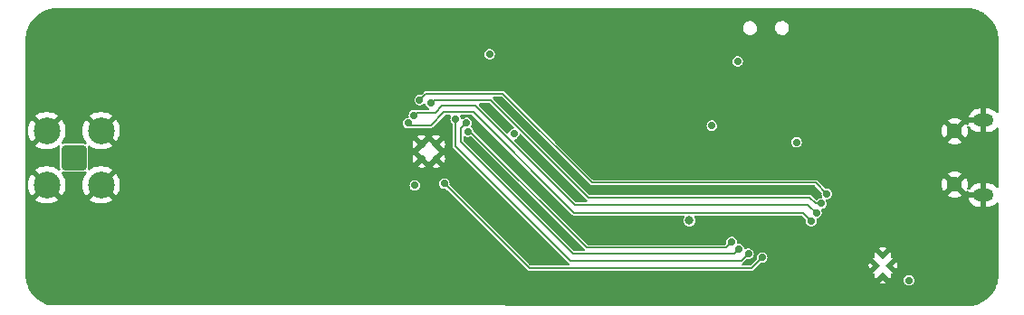
<source format=gbl>
G04 #@! TF.GenerationSoftware,KiCad,Pcbnew,7.0.9-1.fc38*
G04 #@! TF.CreationDate,2023-11-15T09:02:08+02:00*
G04 #@! TF.ProjectId,transceiver_board,7472616e-7363-4656-9976-65725f626f61,rev?*
G04 #@! TF.SameCoordinates,Original*
G04 #@! TF.FileFunction,Copper,L4,Bot*
G04 #@! TF.FilePolarity,Positive*
%FSLAX46Y46*%
G04 Gerber Fmt 4.6, Leading zero omitted, Abs format (unit mm)*
G04 Created by KiCad (PCBNEW 7.0.9-1.fc38) date 2023-11-15 09:02:08*
%MOMM*%
%LPD*%
G01*
G04 APERTURE LIST*
G04 Aperture macros list*
%AMRoundRect*
0 Rectangle with rounded corners*
0 $1 Rounding radius*
0 $2 $3 $4 $5 $6 $7 $8 $9 X,Y pos of 4 corners*
0 Add a 4 corners polygon primitive as box body*
4,1,4,$2,$3,$4,$5,$6,$7,$8,$9,$2,$3,0*
0 Add four circle primitives for the rounded corners*
1,1,$1+$1,$2,$3*
1,1,$1+$1,$4,$5*
1,1,$1+$1,$6,$7*
1,1,$1+$1,$8,$9*
0 Add four rect primitives between the rounded corners*
20,1,$1+$1,$2,$3,$4,$5,0*
20,1,$1+$1,$4,$5,$6,$7,0*
20,1,$1+$1,$6,$7,$8,$9,0*
20,1,$1+$1,$8,$9,$2,$3,0*%
G04 Aperture macros list end*
G04 #@! TA.AperFunction,ComponentPad*
%ADD10RoundRect,0.200100X0.949900X-0.949900X0.949900X0.949900X-0.949900X0.949900X-0.949900X-0.949900X0*%
G04 #@! TD*
G04 #@! TA.AperFunction,ComponentPad*
%ADD11C,2.500000*%
G04 #@! TD*
G04 #@! TA.AperFunction,ComponentPad*
%ADD12C,0.500000*%
G04 #@! TD*
G04 #@! TA.AperFunction,ComponentPad*
%ADD13O,1.900000X1.200000*%
G04 #@! TD*
G04 #@! TA.AperFunction,ComponentPad*
%ADD14C,1.450000*%
G04 #@! TD*
G04 #@! TA.AperFunction,ComponentPad*
%ADD15C,0.700000*%
G04 #@! TD*
G04 #@! TA.AperFunction,ViaPad*
%ADD16C,0.800000*%
G04 #@! TD*
G04 #@! TA.AperFunction,ViaPad*
%ADD17C,0.700000*%
G04 #@! TD*
G04 #@! TA.AperFunction,Conductor*
%ADD18C,0.200000*%
G04 #@! TD*
G04 APERTURE END LIST*
D10*
X99540000Y-93046250D03*
D11*
X97000000Y-95586250D03*
X102080000Y-95586250D03*
X97000000Y-90506250D03*
X102080000Y-90506250D03*
D12*
X175755000Y-103170000D03*
X175180000Y-104120000D03*
X175180000Y-102220000D03*
X174605000Y-103170000D03*
D13*
X184600000Y-96550000D03*
D14*
X181900000Y-95550000D03*
X181900000Y-90550000D03*
D13*
X184600000Y-89550000D03*
D15*
X132042500Y-93141250D03*
X133392500Y-93141250D03*
X132042500Y-91791250D03*
X133392500Y-91791250D03*
D16*
X125530000Y-106220000D03*
X106380000Y-106220000D03*
D17*
X174990000Y-91210000D03*
D16*
X129440000Y-100600000D03*
D17*
X127830000Y-96770000D03*
D16*
X110210000Y-106220000D03*
X117870000Y-106220000D03*
X129520000Y-90000000D03*
D17*
X166480000Y-84010000D03*
X160190000Y-89820000D03*
D16*
X147940000Y-86580000D03*
D17*
X122530000Y-87230000D03*
D16*
X129480000Y-97760000D03*
X98720000Y-106220000D03*
X121752500Y-79840000D03*
X129480000Y-103300000D03*
D17*
X130793933Y-94650000D03*
X161520000Y-104580000D03*
D16*
X95800000Y-82750000D03*
X96510000Y-105620000D03*
X121700000Y-106220000D03*
D17*
X119880000Y-90890000D03*
D16*
X154440000Y-81770000D03*
D17*
X171660000Y-96630000D03*
D16*
X129510000Y-83060000D03*
X102550000Y-106220000D03*
X106417500Y-79840000D03*
X125586250Y-79840000D03*
D17*
X164730000Y-101600000D03*
D16*
X143980000Y-98880000D03*
X95820000Y-87740000D03*
D17*
X159120000Y-100810000D03*
D16*
X117918750Y-79840000D03*
X110251250Y-79840000D03*
D17*
X132090000Y-97110000D03*
X152320000Y-90310000D03*
D16*
X129510000Y-86530000D03*
D17*
X168420000Y-104610000D03*
X140693160Y-93456840D03*
X138590000Y-88620000D03*
X159240000Y-104580000D03*
D16*
X129360000Y-106220000D03*
X129420000Y-79840000D03*
D17*
X108730000Y-88910000D03*
X142830000Y-92950000D03*
D16*
X95760000Y-103190000D03*
D17*
X159810000Y-96020000D03*
X167840000Y-93180000D03*
D16*
X95760000Y-100640000D03*
D17*
X152210000Y-99990000D03*
D16*
X114085000Y-79840000D03*
X102583750Y-79840000D03*
D17*
X111220000Y-88970000D03*
X170720000Y-104580000D03*
D16*
X98750000Y-79840000D03*
X114040000Y-106220000D03*
X95760000Y-98240000D03*
D17*
X168930000Y-100740000D03*
X163880000Y-104610000D03*
D16*
X96510000Y-80440000D03*
D17*
X166190000Y-104630000D03*
X139360000Y-83320000D03*
D16*
X95780000Y-85240000D03*
D17*
X167100000Y-91590000D03*
X161610000Y-84010000D03*
X131410000Y-95650000D03*
X177620000Y-104550000D03*
X138410000Y-83330000D03*
X140670000Y-90810000D03*
D16*
X157090000Y-98940000D03*
D17*
X159180000Y-90040000D03*
X163890000Y-102410000D03*
X134170000Y-95470000D03*
X161040000Y-100960000D03*
X136395051Y-90598569D03*
X136260000Y-89770000D03*
X161750000Y-101620000D03*
X162610000Y-102060000D03*
X135220000Y-89450000D03*
X132930000Y-87930000D03*
X169410000Y-97340000D03*
X131860000Y-87630000D03*
X169940000Y-96440000D03*
X131330000Y-89070000D03*
X168960000Y-98230000D03*
X168490000Y-99010000D03*
X130770000Y-89810000D03*
D18*
X168960000Y-98230000D02*
X168180000Y-97450000D01*
X133302965Y-88840000D02*
X131560000Y-88840000D01*
X168180000Y-97450000D02*
X147230000Y-97450000D01*
X147230000Y-97450000D02*
X147210000Y-97470000D01*
X147210000Y-97470000D02*
X146390000Y-97470000D01*
X146390000Y-97470000D02*
X137110000Y-88190000D01*
X137110000Y-88190000D02*
X133952965Y-88190000D01*
X133952965Y-88190000D02*
X133302965Y-88840000D01*
X131560000Y-88840000D02*
X131330000Y-89070000D01*
X138550000Y-87690000D02*
X147640000Y-96780000D01*
X132930000Y-87930000D02*
X133170000Y-87690000D01*
X133170000Y-87690000D02*
X138550000Y-87690000D01*
X147640000Y-96780000D02*
X168318740Y-96780000D01*
X168318740Y-96780000D02*
X168878740Y-97340000D01*
X168878740Y-97340000D02*
X169410000Y-97340000D01*
X169940000Y-96440000D02*
X168890000Y-95390000D01*
X147970000Y-95390000D02*
X139650000Y-87070000D01*
X132420000Y-87070000D02*
X131860000Y-87630000D01*
X168890000Y-95390000D02*
X147970000Y-95390000D01*
X139650000Y-87070000D02*
X132420000Y-87070000D01*
X146280000Y-98210000D02*
X136860000Y-88790000D01*
X136860000Y-88790000D02*
X134140000Y-88790000D01*
X131010000Y-90050000D02*
X130770000Y-89810000D01*
X167690000Y-98210000D02*
X146280000Y-98210000D01*
X168490000Y-99010000D02*
X167690000Y-98210000D01*
X134140000Y-88790000D02*
X132880000Y-90050000D01*
X132880000Y-90050000D02*
X131010000Y-90050000D01*
X136395051Y-90598569D02*
X136603666Y-90598569D01*
X136603666Y-90598569D02*
X147495097Y-101490000D01*
X147495097Y-101490000D02*
X160510000Y-101490000D01*
X160510000Y-101490000D02*
X161040000Y-100960000D01*
X135220000Y-92000000D02*
X145940000Y-102720000D01*
X135220000Y-89450000D02*
X135220000Y-92000000D01*
X145940000Y-102720000D02*
X161950000Y-102720000D01*
X161950000Y-102720000D02*
X162610000Y-102060000D01*
X135730000Y-90300000D02*
X135730000Y-91535097D01*
X161310000Y-102060000D02*
X161750000Y-101620000D01*
X146254903Y-102060000D02*
X161310000Y-102060000D01*
X136260000Y-89770000D02*
X135730000Y-90300000D01*
X135730000Y-91535097D02*
X146254903Y-102060000D01*
X163890000Y-102410000D02*
X162880000Y-103420000D01*
X162880000Y-103420000D02*
X142120000Y-103420000D01*
X142120000Y-103420000D02*
X134170000Y-95470000D01*
G04 #@! TA.AperFunction,Conductor*
G36*
X136161540Y-91031559D02*
G01*
X136189196Y-91049333D01*
X136324525Y-91089068D01*
X136324527Y-91089069D01*
X136324528Y-91089069D01*
X136465575Y-91089069D01*
X136465575Y-91089068D01*
X136517115Y-91073935D01*
X136609417Y-91046834D01*
X136609817Y-91048197D01*
X136669597Y-91039599D01*
X136733154Y-91068622D01*
X136739636Y-91074657D01*
X147272798Y-101607819D01*
X147306283Y-101669142D01*
X147301299Y-101738834D01*
X147259427Y-101794767D01*
X147193963Y-101819184D01*
X147185117Y-101819500D01*
X146405884Y-101819500D01*
X146338845Y-101799815D01*
X146318203Y-101783181D01*
X136006819Y-91471797D01*
X135973334Y-91410474D01*
X135970500Y-91384116D01*
X135970500Y-91135874D01*
X135990185Y-91068835D01*
X136042989Y-91023080D01*
X136112147Y-91013136D01*
X136161540Y-91031559D01*
G37*
G04 #@! TD.AperFunction*
G04 #@! TA.AperFunction,Conductor*
G36*
X141361366Y-90841484D02*
G01*
X147464351Y-96944469D01*
X147466567Y-96946805D01*
X147495479Y-96978915D01*
X147495481Y-96978915D01*
X147495482Y-96978917D01*
X147504107Y-96985184D01*
X147546772Y-97040515D01*
X147552748Y-97110129D01*
X147520141Y-97171923D01*
X147459301Y-97206278D01*
X147431219Y-97209500D01*
X147237917Y-97209500D01*
X147234671Y-97209415D01*
X147191538Y-97207154D01*
X147191535Y-97207154D01*
X147170590Y-97215194D01*
X147151943Y-97220717D01*
X147123382Y-97226789D01*
X147097596Y-97229500D01*
X146540981Y-97229500D01*
X146473942Y-97209815D01*
X146453300Y-97193181D01*
X143602416Y-94342297D01*
X140749230Y-91489112D01*
X140715746Y-91427790D01*
X140720730Y-91358098D01*
X140762602Y-91302165D01*
X140801973Y-91282456D01*
X140875856Y-91260763D01*
X140994512Y-91184507D01*
X141086878Y-91077911D01*
X141145471Y-90949611D01*
X141150947Y-90911519D01*
X141179970Y-90847964D01*
X141238748Y-90810189D01*
X141308617Y-90810187D01*
X141361366Y-90841484D01*
G37*
G04 #@! TD.AperFunction*
G04 #@! TA.AperFunction,Conductor*
G36*
X139566059Y-87330185D02*
G01*
X139586700Y-87346818D01*
X143709684Y-91469803D01*
X147794342Y-95554461D01*
X147796577Y-95556816D01*
X147825479Y-95588915D01*
X147845972Y-95598039D01*
X147863065Y-95607319D01*
X147881888Y-95619543D01*
X147884974Y-95620031D01*
X147916020Y-95629226D01*
X147918880Y-95630500D01*
X147941315Y-95630500D01*
X147960711Y-95632026D01*
X147982868Y-95635536D01*
X147985895Y-95634724D01*
X148017987Y-95630500D01*
X168739020Y-95630500D01*
X168806059Y-95650185D01*
X168826701Y-95666819D01*
X169420103Y-96260221D01*
X169453588Y-96321544D01*
X169455160Y-96365548D01*
X169444456Y-96439999D01*
X169464528Y-96579606D01*
X169464530Y-96579614D01*
X169507630Y-96673989D01*
X169517574Y-96743147D01*
X169488549Y-96806703D01*
X169429771Y-96844477D01*
X169394836Y-96849500D01*
X169339474Y-96849500D01*
X169204146Y-96889235D01*
X169204145Y-96889235D01*
X169085489Y-96965491D01*
X169085488Y-96965493D01*
X169060758Y-96994032D01*
X169001979Y-97031805D01*
X168932110Y-97031803D01*
X168879367Y-97000509D01*
X168494404Y-96615546D01*
X168492170Y-96613192D01*
X168463261Y-96581084D01*
X168463259Y-96581083D01*
X168442763Y-96571958D01*
X168425664Y-96562674D01*
X168406853Y-96550458D01*
X168403756Y-96549967D01*
X168372720Y-96540773D01*
X168369862Y-96539500D01*
X168369860Y-96539500D01*
X168347425Y-96539500D01*
X168328027Y-96537973D01*
X168305872Y-96534463D01*
X168305871Y-96534463D01*
X168302845Y-96535275D01*
X168270752Y-96539500D01*
X147790980Y-96539500D01*
X147723941Y-96519815D01*
X147703299Y-96503181D01*
X138725664Y-87525546D01*
X138723427Y-87523189D01*
X138718276Y-87517467D01*
X138688049Y-87454474D01*
X138696678Y-87385139D01*
X138741422Y-87331476D01*
X138808076Y-87310522D01*
X138810430Y-87310500D01*
X139499020Y-87310500D01*
X139566059Y-87330185D01*
G37*
G04 #@! TD.AperFunction*
G04 #@! TA.AperFunction,Conductor*
G36*
X138466059Y-87950185D02*
G01*
X138486701Y-87966819D01*
X140637149Y-90117267D01*
X140670634Y-90178590D01*
X140665650Y-90248282D01*
X140623778Y-90304215D01*
X140584403Y-90323925D01*
X140464145Y-90359236D01*
X140345489Y-90435491D01*
X140253122Y-90542089D01*
X140253119Y-90542092D01*
X140194527Y-90670392D01*
X140193476Y-90673972D01*
X140191461Y-90677105D01*
X140190845Y-90678456D01*
X140190650Y-90678367D01*
X140155694Y-90732746D01*
X140092135Y-90761763D01*
X140022978Y-90751811D01*
X139986822Y-90726704D01*
X137402299Y-88142181D01*
X137368814Y-88080858D01*
X137373798Y-88011166D01*
X137415670Y-87955233D01*
X137481134Y-87930816D01*
X137489980Y-87930500D01*
X138399020Y-87930500D01*
X138466059Y-87950185D01*
G37*
G04 #@! TD.AperFunction*
G04 #@! TA.AperFunction,Conductor*
G36*
X183001619Y-79000584D02*
G01*
X183133628Y-79007503D01*
X183317027Y-79017803D01*
X183323212Y-79018465D01*
X183475647Y-79042608D01*
X183638194Y-79070226D01*
X183643811Y-79071453D01*
X183796693Y-79112418D01*
X183889122Y-79139046D01*
X183951724Y-79157082D01*
X183956759Y-79158769D01*
X184106183Y-79216127D01*
X184254007Y-79277358D01*
X184258412Y-79279388D01*
X184324180Y-79312899D01*
X184401921Y-79352511D01*
X184477428Y-79394241D01*
X184541480Y-79429641D01*
X184545215Y-79431882D01*
X184619487Y-79480115D01*
X184680872Y-79519980D01*
X184768357Y-79582053D01*
X184810764Y-79612142D01*
X184813886Y-79614510D01*
X184938748Y-79715621D01*
X184941034Y-79717567D01*
X185058721Y-79822738D01*
X185061248Y-79825128D01*
X185174870Y-79938750D01*
X185177260Y-79941277D01*
X185282431Y-80058964D01*
X185284385Y-80061260D01*
X185385480Y-80186102D01*
X185387862Y-80189243D01*
X185480019Y-80319127D01*
X185533758Y-80401875D01*
X185568106Y-80454767D01*
X185570364Y-80458531D01*
X185647488Y-80598078D01*
X185720604Y-80741575D01*
X185722643Y-80745997D01*
X185783877Y-80893829D01*
X185841221Y-81043217D01*
X185842916Y-81048273D01*
X185887579Y-81203297D01*
X185928541Y-81356171D01*
X185929778Y-81361835D01*
X185957394Y-81524369D01*
X185981530Y-81676758D01*
X185982196Y-81682985D01*
X185992509Y-81866617D01*
X185999415Y-81998377D01*
X185999500Y-82001623D01*
X185999500Y-88741342D01*
X185979815Y-88808381D01*
X185927011Y-88854136D01*
X185857853Y-88864080D01*
X185794297Y-88835055D01*
X185789532Y-88830292D01*
X185789381Y-88830452D01*
X185633067Y-88681407D01*
X185456342Y-88567833D01*
X185261314Y-88489755D01*
X185055038Y-88450000D01*
X184850000Y-88450000D01*
X184850000Y-89250000D01*
X184350000Y-89250000D01*
X184350000Y-88450000D01*
X184197602Y-88450000D01*
X184040877Y-88464965D01*
X184040873Y-88464966D01*
X183839313Y-88524149D01*
X183652585Y-88620413D01*
X183487462Y-88750268D01*
X183487459Y-88750271D01*
X183349894Y-88909030D01*
X183349885Y-88909041D01*
X183244855Y-89090960D01*
X183244852Y-89090967D01*
X183176144Y-89289482D01*
X183176144Y-89289484D01*
X183174632Y-89300000D01*
X184083889Y-89300000D01*
X184044390Y-89324457D01*
X183976799Y-89413962D01*
X183946105Y-89521840D01*
X183956454Y-89633521D01*
X184006448Y-89733922D01*
X184078931Y-89800000D01*
X183178742Y-89800000D01*
X183187277Y-89835181D01*
X183183952Y-89904971D01*
X183143424Y-89961885D01*
X183078559Y-89987853D01*
X183009952Y-89974631D01*
X182965197Y-89935538D01*
X182925173Y-89878378D01*
X182319804Y-90483747D01*
X182309238Y-90417031D01*
X182248118Y-90297077D01*
X182152923Y-90201882D01*
X182032969Y-90140762D01*
X181966251Y-90130195D01*
X182571620Y-89524825D01*
X182514839Y-89485067D01*
X182320576Y-89394481D01*
X182320567Y-89394477D01*
X182113537Y-89339004D01*
X182113527Y-89339002D01*
X181900001Y-89320321D01*
X181899999Y-89320321D01*
X181686472Y-89339002D01*
X181686462Y-89339004D01*
X181479432Y-89394477D01*
X181479423Y-89394481D01*
X181285158Y-89485068D01*
X181228378Y-89524824D01*
X181833748Y-90130194D01*
X181767031Y-90140762D01*
X181647077Y-90201882D01*
X181551882Y-90297077D01*
X181490762Y-90417031D01*
X181480195Y-90483749D01*
X180874824Y-89878378D01*
X180835068Y-89935158D01*
X180744481Y-90129423D01*
X180744477Y-90129432D01*
X180689004Y-90336462D01*
X180689002Y-90336472D01*
X180670321Y-90549999D01*
X180670321Y-90550000D01*
X180689002Y-90763527D01*
X180689004Y-90763537D01*
X180744477Y-90970567D01*
X180744481Y-90970576D01*
X180835067Y-91164839D01*
X180874825Y-91221620D01*
X181480195Y-90616250D01*
X181490762Y-90682969D01*
X181551882Y-90802923D01*
X181647077Y-90898118D01*
X181767031Y-90959238D01*
X181833747Y-90969804D01*
X181228378Y-91575173D01*
X181285160Y-91614933D01*
X181479423Y-91705518D01*
X181479432Y-91705522D01*
X181686462Y-91760995D01*
X181686472Y-91760997D01*
X181899999Y-91779679D01*
X181900001Y-91779679D01*
X182113527Y-91760997D01*
X182113537Y-91760995D01*
X182320567Y-91705522D01*
X182320581Y-91705517D01*
X182514835Y-91614935D01*
X182571620Y-91575173D01*
X181966252Y-90969804D01*
X182032969Y-90959238D01*
X182152923Y-90898118D01*
X182248118Y-90802923D01*
X182309238Y-90682969D01*
X182319804Y-90616251D01*
X182925173Y-91221619D01*
X182964935Y-91164835D01*
X183055517Y-90970581D01*
X183055522Y-90970567D01*
X183110995Y-90763537D01*
X183110997Y-90763527D01*
X183129679Y-90550000D01*
X183129679Y-90549999D01*
X183110997Y-90336472D01*
X183110995Y-90336462D01*
X183078545Y-90215355D01*
X183080208Y-90145505D01*
X183119371Y-90087643D01*
X183183599Y-90060139D01*
X183252501Y-90071726D01*
X183299327Y-90111335D01*
X183414889Y-90273619D01*
X183414895Y-90273625D01*
X183566932Y-90418592D01*
X183743657Y-90532166D01*
X183938685Y-90610244D01*
X184144962Y-90650000D01*
X184350000Y-90650000D01*
X184350000Y-89850000D01*
X184850000Y-89850000D01*
X184850000Y-90650000D01*
X185002398Y-90650000D01*
X185159122Y-90635034D01*
X185159126Y-90635033D01*
X185360686Y-90575850D01*
X185547414Y-90479586D01*
X185712537Y-90349731D01*
X185712545Y-90349723D01*
X185781787Y-90269814D01*
X185840565Y-90232039D01*
X185910434Y-90232039D01*
X185969213Y-90269813D01*
X185998238Y-90333368D01*
X185999500Y-90351016D01*
X185999500Y-95741342D01*
X185979815Y-95808381D01*
X185927011Y-95854136D01*
X185857853Y-95864080D01*
X185794297Y-95835055D01*
X185789532Y-95830292D01*
X185789381Y-95830452D01*
X185633067Y-95681407D01*
X185456342Y-95567833D01*
X185261314Y-95489755D01*
X185055038Y-95450000D01*
X184850000Y-95450000D01*
X184850000Y-96250000D01*
X184350000Y-96250000D01*
X184350000Y-95450000D01*
X184197602Y-95450000D01*
X184040877Y-95464965D01*
X184040873Y-95464966D01*
X183839313Y-95524149D01*
X183652585Y-95620413D01*
X183487462Y-95750268D01*
X183487459Y-95750271D01*
X183349894Y-95909030D01*
X183349885Y-95909042D01*
X183302295Y-95991471D01*
X183251728Y-96039687D01*
X183183121Y-96052909D01*
X183118256Y-96026941D01*
X183077728Y-95970027D01*
X183074403Y-95900236D01*
X183075133Y-95897377D01*
X183110996Y-95763534D01*
X183110997Y-95763527D01*
X183129679Y-95550000D01*
X183129679Y-95549999D01*
X183110997Y-95336472D01*
X183110995Y-95336462D01*
X183055522Y-95129432D01*
X183055518Y-95129423D01*
X182964933Y-94935162D01*
X182925173Y-94878378D01*
X182319804Y-95483747D01*
X182309238Y-95417031D01*
X182248118Y-95297077D01*
X182152923Y-95201882D01*
X182032969Y-95140762D01*
X181966251Y-95130195D01*
X182571620Y-94524825D01*
X182514839Y-94485067D01*
X182320576Y-94394481D01*
X182320567Y-94394477D01*
X182113537Y-94339004D01*
X182113527Y-94339002D01*
X181900001Y-94320321D01*
X181899999Y-94320321D01*
X181686472Y-94339002D01*
X181686462Y-94339004D01*
X181479432Y-94394477D01*
X181479423Y-94394481D01*
X181285158Y-94485068D01*
X181228378Y-94524824D01*
X181833748Y-95130194D01*
X181767031Y-95140762D01*
X181647077Y-95201882D01*
X181551882Y-95297077D01*
X181490762Y-95417031D01*
X181480195Y-95483749D01*
X180874824Y-94878378D01*
X180835068Y-94935158D01*
X180744481Y-95129423D01*
X180744477Y-95129432D01*
X180689004Y-95336462D01*
X180689002Y-95336472D01*
X180670321Y-95549999D01*
X180670321Y-95550000D01*
X180689002Y-95763527D01*
X180689004Y-95763537D01*
X180744477Y-95970567D01*
X180744481Y-95970576D01*
X180835067Y-96164839D01*
X180874825Y-96221620D01*
X181480195Y-95616250D01*
X181490762Y-95682969D01*
X181551882Y-95802923D01*
X181647077Y-95898118D01*
X181767031Y-95959238D01*
X181833747Y-95969804D01*
X181228378Y-96575173D01*
X181285160Y-96614933D01*
X181479423Y-96705518D01*
X181479432Y-96705522D01*
X181686462Y-96760995D01*
X181686472Y-96760997D01*
X181899999Y-96779679D01*
X181900001Y-96779679D01*
X182113527Y-96760997D01*
X182113537Y-96760995D01*
X182320567Y-96705522D01*
X182320581Y-96705517D01*
X182514835Y-96614935D01*
X182571620Y-96575173D01*
X181966252Y-95969804D01*
X182032969Y-95959238D01*
X182152923Y-95898118D01*
X182248118Y-95802923D01*
X182309238Y-95682969D01*
X182319804Y-95616251D01*
X182925173Y-96221619D01*
X182958888Y-96173470D01*
X183013466Y-96129845D01*
X183082964Y-96122653D01*
X183145319Y-96154175D01*
X183180732Y-96214405D01*
X183177961Y-96284220D01*
X183177647Y-96285140D01*
X183176145Y-96289478D01*
X183176144Y-96289484D01*
X183174632Y-96300000D01*
X184083889Y-96300000D01*
X184044390Y-96324457D01*
X183976799Y-96413962D01*
X183946105Y-96521840D01*
X183956454Y-96633521D01*
X184006448Y-96733922D01*
X184078931Y-96800000D01*
X183178742Y-96800000D01*
X183205770Y-96911409D01*
X183293040Y-97102507D01*
X183414889Y-97273619D01*
X183414895Y-97273625D01*
X183566932Y-97418592D01*
X183743657Y-97532166D01*
X183938685Y-97610244D01*
X184144962Y-97650000D01*
X184350000Y-97650000D01*
X184350000Y-96850000D01*
X184850000Y-96850000D01*
X184850000Y-97650000D01*
X185002398Y-97650000D01*
X185159122Y-97635034D01*
X185159126Y-97635033D01*
X185360686Y-97575850D01*
X185547414Y-97479586D01*
X185712537Y-97349731D01*
X185712545Y-97349723D01*
X185781787Y-97269814D01*
X185840565Y-97232039D01*
X185910434Y-97232039D01*
X185969213Y-97269813D01*
X185998238Y-97333368D01*
X185999500Y-97351016D01*
X185999500Y-103998376D01*
X185999415Y-104001622D01*
X185992509Y-104133382D01*
X185982196Y-104317013D01*
X185981530Y-104323240D01*
X185957394Y-104475630D01*
X185929778Y-104638163D01*
X185928541Y-104643827D01*
X185887579Y-104796702D01*
X185842916Y-104951725D01*
X185841221Y-104956781D01*
X185783877Y-105106170D01*
X185722643Y-105254001D01*
X185720604Y-105258423D01*
X185647488Y-105401921D01*
X185570364Y-105541467D01*
X185568097Y-105545246D01*
X185480019Y-105680872D01*
X185387862Y-105810755D01*
X185385480Y-105813896D01*
X185284385Y-105938738D01*
X185282431Y-105941034D01*
X185177260Y-106058721D01*
X185174870Y-106061248D01*
X185061248Y-106174870D01*
X185058721Y-106177260D01*
X184941034Y-106282431D01*
X184938738Y-106284385D01*
X184813896Y-106385480D01*
X184810755Y-106387862D01*
X184680872Y-106480019D01*
X184545246Y-106568097D01*
X184541467Y-106570364D01*
X184401921Y-106647488D01*
X184258423Y-106720604D01*
X184254001Y-106722643D01*
X184106170Y-106783877D01*
X183956781Y-106841221D01*
X183951725Y-106842916D01*
X183796702Y-106887579D01*
X183643827Y-106928541D01*
X183638163Y-106929778D01*
X183475630Y-106957394D01*
X183323238Y-106981530D01*
X183317012Y-106982196D01*
X183133189Y-106992519D01*
X183053742Y-106996683D01*
X183050428Y-106996768D01*
X97276369Y-106902820D01*
X97244413Y-106898595D01*
X97203324Y-106887586D01*
X97048280Y-106842918D01*
X97043223Y-106841223D01*
X96893829Y-106783877D01*
X96745997Y-106722643D01*
X96741575Y-106720604D01*
X96598078Y-106647488D01*
X96458531Y-106570364D01*
X96454767Y-106568106D01*
X96401875Y-106533758D01*
X96319127Y-106480019D01*
X96189243Y-106387862D01*
X96186102Y-106385480D01*
X96061260Y-106284385D01*
X96058964Y-106282431D01*
X95941277Y-106177260D01*
X95938750Y-106174870D01*
X95825128Y-106061248D01*
X95822738Y-106058721D01*
X95717567Y-105941034D01*
X95715613Y-105938738D01*
X95676848Y-105890867D01*
X95614510Y-105813886D01*
X95612136Y-105810755D01*
X95519980Y-105680872D01*
X95487406Y-105630715D01*
X95431882Y-105545215D01*
X95429641Y-105541480D01*
X95394241Y-105477428D01*
X95352511Y-105401921D01*
X95312899Y-105324180D01*
X95279388Y-105258412D01*
X95277358Y-105254007D01*
X95216122Y-105106170D01*
X95158769Y-104956759D01*
X95157082Y-104951724D01*
X95118530Y-104817910D01*
X95113447Y-104800266D01*
X174853285Y-104800266D01*
X175012056Y-104855824D01*
X175179996Y-104874746D01*
X175180004Y-104874746D01*
X175347943Y-104855824D01*
X175506713Y-104800267D01*
X175506714Y-104800266D01*
X175256448Y-104550000D01*
X177124456Y-104550000D01*
X177144528Y-104689606D01*
X177144530Y-104689614D01*
X177203119Y-104817907D01*
X177203121Y-104817909D01*
X177203122Y-104817911D01*
X177295488Y-104924507D01*
X177295490Y-104924508D01*
X177295489Y-104924508D01*
X177414145Y-105000764D01*
X177549474Y-105040499D01*
X177549476Y-105040500D01*
X177549477Y-105040500D01*
X177690524Y-105040500D01*
X177690524Y-105040499D01*
X177825853Y-105000764D01*
X177825854Y-105000764D01*
X177902162Y-104951724D01*
X177944512Y-104924507D01*
X178036878Y-104817911D01*
X178095471Y-104689611D01*
X178115544Y-104550000D01*
X178095471Y-104410389D01*
X178082831Y-104382711D01*
X178036880Y-104282092D01*
X178036878Y-104282090D01*
X178036878Y-104282089D01*
X177944512Y-104175493D01*
X177944509Y-104175491D01*
X177944510Y-104175491D01*
X177825854Y-104099235D01*
X177690525Y-104059500D01*
X177690523Y-104059500D01*
X177549477Y-104059500D01*
X177549474Y-104059500D01*
X177414146Y-104099235D01*
X177414145Y-104099235D01*
X177295489Y-104175491D01*
X177203122Y-104282089D01*
X177203119Y-104282092D01*
X177144530Y-104410385D01*
X177144528Y-104410393D01*
X177124456Y-104550000D01*
X175256448Y-104550000D01*
X175180001Y-104473553D01*
X175180000Y-104473553D01*
X174853285Y-104800266D01*
X95113447Y-104800266D01*
X95112414Y-104796679D01*
X95083725Y-104689611D01*
X95071453Y-104643811D01*
X95070226Y-104638194D01*
X95042601Y-104475606D01*
X95042276Y-104473553D01*
X95018465Y-104323212D01*
X95017803Y-104317027D01*
X95007490Y-104133382D01*
X95000584Y-104001620D01*
X95000500Y-103998377D01*
X95000500Y-103850267D01*
X174278285Y-103850267D01*
X174355580Y-103877314D01*
X174412356Y-103918036D01*
X174438103Y-103982988D01*
X174437845Y-104008237D01*
X174425254Y-104119994D01*
X174425254Y-104120003D01*
X174444175Y-104287938D01*
X174444176Y-104287943D01*
X174499732Y-104446713D01*
X174793953Y-104152492D01*
X175080000Y-104152492D01*
X175118197Y-104205065D01*
X175164162Y-104220000D01*
X175195838Y-104220000D01*
X175241803Y-104205065D01*
X175280000Y-104152492D01*
X175280000Y-104087508D01*
X175241803Y-104034935D01*
X175195838Y-104020000D01*
X175164162Y-104020000D01*
X175118197Y-104034935D01*
X175080000Y-104087508D01*
X175080000Y-104152492D01*
X174793953Y-104152492D01*
X175092318Y-103854128D01*
X175153641Y-103820643D01*
X175223333Y-103825627D01*
X175267680Y-103854128D01*
X175860266Y-104446714D01*
X175860267Y-104446713D01*
X175915824Y-104287943D01*
X175934746Y-104120003D01*
X175934746Y-104119996D01*
X175922154Y-104008238D01*
X175934209Y-103939417D01*
X175981558Y-103888037D01*
X176004419Y-103877314D01*
X176081713Y-103850267D01*
X176081714Y-103850266D01*
X175489128Y-103257680D01*
X175458993Y-103202492D01*
X175655000Y-103202492D01*
X175693197Y-103255065D01*
X175739162Y-103270000D01*
X175770838Y-103270000D01*
X175816803Y-103255065D01*
X175855000Y-103202492D01*
X175855000Y-103170001D01*
X176108553Y-103170001D01*
X176435266Y-103496714D01*
X176435267Y-103496713D01*
X176490824Y-103337943D01*
X176509746Y-103170003D01*
X176509746Y-103169996D01*
X176490824Y-103002056D01*
X176435266Y-102843285D01*
X176108553Y-103169999D01*
X176108553Y-103170001D01*
X175855000Y-103170001D01*
X175855000Y-103137508D01*
X175816803Y-103084935D01*
X175770838Y-103070000D01*
X175739162Y-103070000D01*
X175693197Y-103084935D01*
X175655000Y-103137508D01*
X175655000Y-103202492D01*
X175458993Y-103202492D01*
X175455643Y-103196357D01*
X175460627Y-103126665D01*
X175489128Y-103082318D01*
X175755000Y-102816447D01*
X176081714Y-102489732D01*
X176004420Y-102462686D01*
X175947644Y-102421964D01*
X175921896Y-102357011D01*
X175922154Y-102331760D01*
X175934746Y-102220002D01*
X175934746Y-102219996D01*
X175915824Y-102052056D01*
X175860266Y-101893285D01*
X175267680Y-102485871D01*
X175206357Y-102519356D01*
X175136665Y-102514372D01*
X175092318Y-102485871D01*
X174858939Y-102252492D01*
X175080000Y-102252492D01*
X175118197Y-102305065D01*
X175164162Y-102320000D01*
X175195838Y-102320000D01*
X175241803Y-102305065D01*
X175280000Y-102252492D01*
X175280000Y-102187508D01*
X175241803Y-102134935D01*
X175195838Y-102120000D01*
X175164162Y-102120000D01*
X175118197Y-102134935D01*
X175080000Y-102187508D01*
X175080000Y-102252492D01*
X174858939Y-102252492D01*
X174499732Y-101893285D01*
X174444176Y-102052053D01*
X174444175Y-102052058D01*
X174425254Y-102219996D01*
X174425254Y-102220004D01*
X174437845Y-102331760D01*
X174425790Y-102400582D01*
X174378441Y-102451961D01*
X174355580Y-102462684D01*
X174278285Y-102489730D01*
X174278285Y-102489732D01*
X174870871Y-103082318D01*
X174904356Y-103143641D01*
X174899372Y-103213333D01*
X174870871Y-103257680D01*
X174278285Y-103850266D01*
X174278285Y-103850267D01*
X95000500Y-103850267D01*
X95000500Y-95636353D01*
X95015489Y-95585302D01*
X95233120Y-95585302D01*
X95243477Y-95601418D01*
X95248153Y-95627087D01*
X95264692Y-95847795D01*
X95264693Y-95847800D01*
X95323058Y-96103520D01*
X95418883Y-96347676D01*
X95418882Y-96347676D01*
X95550030Y-96574827D01*
X95597873Y-96634821D01*
X95597874Y-96634821D01*
X96248766Y-95983929D01*
X96292316Y-96066072D01*
X96412009Y-96206985D01*
X96559195Y-96318873D01*
X96601402Y-96338400D01*
X95950831Y-96988970D01*
X96122546Y-97106043D01*
X96122550Y-97106045D01*
X96358854Y-97219844D01*
X96358858Y-97219845D01*
X96609494Y-97297157D01*
X96609500Y-97297159D01*
X96868848Y-97336249D01*
X96868857Y-97336250D01*
X97131143Y-97336250D01*
X97131151Y-97336249D01*
X97390499Y-97297159D01*
X97390505Y-97297157D01*
X97641143Y-97219845D01*
X97877445Y-97106048D01*
X97877456Y-97106041D01*
X98049167Y-96988970D01*
X97398609Y-96338411D01*
X97517431Y-96266919D01*
X97651658Y-96139773D01*
X97754861Y-95987558D01*
X98402124Y-96634821D01*
X98449974Y-96574820D01*
X98581116Y-96347676D01*
X98676941Y-96103520D01*
X98735306Y-95847800D01*
X98735307Y-95847795D01*
X98754907Y-95586254D01*
X98754907Y-95586245D01*
X98735307Y-95324704D01*
X98735306Y-95324699D01*
X98676941Y-95068979D01*
X98581116Y-94824823D01*
X98581117Y-94824823D01*
X98449972Y-94597676D01*
X98397424Y-94531784D01*
X98371016Y-94467098D01*
X98383771Y-94398402D01*
X98431642Y-94347508D01*
X98499428Y-94330574D01*
X98510556Y-94331532D01*
X98527247Y-94333729D01*
X98550193Y-94336750D01*
X100529806Y-94336749D01*
X100569445Y-94331531D01*
X100638479Y-94342297D01*
X100690734Y-94388677D01*
X100709619Y-94455947D01*
X100689138Y-94522747D01*
X100682576Y-94531782D01*
X100630027Y-94597676D01*
X100498883Y-94824823D01*
X100403058Y-95068979D01*
X100344693Y-95324699D01*
X100344692Y-95324704D01*
X100325093Y-95586245D01*
X100325093Y-95586254D01*
X100344692Y-95847795D01*
X100344693Y-95847800D01*
X100403058Y-96103520D01*
X100498883Y-96347676D01*
X100498882Y-96347676D01*
X100630030Y-96574827D01*
X100677873Y-96634821D01*
X101328766Y-95983928D01*
X101372316Y-96066072D01*
X101492009Y-96206985D01*
X101639195Y-96318873D01*
X101681402Y-96338400D01*
X101030831Y-96988970D01*
X101202546Y-97106043D01*
X101202550Y-97106045D01*
X101438854Y-97219844D01*
X101438858Y-97219845D01*
X101689494Y-97297157D01*
X101689500Y-97297159D01*
X101948848Y-97336249D01*
X101948857Y-97336250D01*
X102211143Y-97336250D01*
X102211151Y-97336249D01*
X102470499Y-97297159D01*
X102470505Y-97297157D01*
X102721143Y-97219845D01*
X102957445Y-97106048D01*
X102957456Y-97106041D01*
X103129167Y-96988970D01*
X102478609Y-96338411D01*
X102597431Y-96266919D01*
X102731658Y-96139773D01*
X102834861Y-95987558D01*
X103482124Y-96634821D01*
X103529974Y-96574820D01*
X103661116Y-96347676D01*
X103756941Y-96103520D01*
X103815306Y-95847800D01*
X103815307Y-95847795D01*
X103830130Y-95650000D01*
X130914456Y-95650000D01*
X130934528Y-95789606D01*
X130934530Y-95789614D01*
X130993119Y-95917907D01*
X130993121Y-95917909D01*
X130993122Y-95917911D01*
X131085488Y-96024507D01*
X131085490Y-96024508D01*
X131085489Y-96024508D01*
X131204145Y-96100764D01*
X131339474Y-96140499D01*
X131339476Y-96140500D01*
X131339477Y-96140500D01*
X131480524Y-96140500D01*
X131480524Y-96140499D01*
X131585542Y-96109663D01*
X131615853Y-96100764D01*
X131615854Y-96100764D01*
X131670737Y-96065493D01*
X131734512Y-96024507D01*
X131826878Y-95917911D01*
X131827912Y-95915648D01*
X131860400Y-95844508D01*
X131885471Y-95789611D01*
X131905544Y-95650000D01*
X131885471Y-95510389D01*
X131864727Y-95464966D01*
X131826880Y-95382092D01*
X131826878Y-95382090D01*
X131826878Y-95382089D01*
X131734512Y-95275493D01*
X131734509Y-95275491D01*
X131734510Y-95275491D01*
X131615854Y-95199235D01*
X131480525Y-95159500D01*
X131480523Y-95159500D01*
X131339477Y-95159500D01*
X131339474Y-95159500D01*
X131204146Y-95199235D01*
X131204145Y-95199235D01*
X131085489Y-95275491D01*
X130993122Y-95382089D01*
X130993119Y-95382092D01*
X130934530Y-95510385D01*
X130934528Y-95510393D01*
X130914456Y-95650000D01*
X103830130Y-95650000D01*
X103834907Y-95586254D01*
X103834907Y-95586245D01*
X103815307Y-95324704D01*
X103815306Y-95324699D01*
X103756941Y-95068979D01*
X103661116Y-94824823D01*
X103661117Y-94824823D01*
X103529971Y-94597676D01*
X103482125Y-94537677D01*
X102831232Y-95188569D01*
X102787684Y-95106428D01*
X102667991Y-94965515D01*
X102520805Y-94853627D01*
X102478596Y-94834099D01*
X103129167Y-94183528D01*
X102957447Y-94066452D01*
X102957445Y-94066451D01*
X102721142Y-93952654D01*
X102721144Y-93952654D01*
X102530892Y-93893969D01*
X131643332Y-93893969D01*
X131643333Y-93893970D01*
X131778384Y-93954099D01*
X131778389Y-93954101D01*
X131953161Y-93991250D01*
X132131839Y-93991250D01*
X132306610Y-93954101D01*
X132306615Y-93954099D01*
X132441665Y-93893970D01*
X132441665Y-93893969D01*
X132993332Y-93893969D01*
X132993333Y-93893970D01*
X133128384Y-93954099D01*
X133128389Y-93954101D01*
X133303161Y-93991250D01*
X133481839Y-93991250D01*
X133656610Y-93954101D01*
X133656615Y-93954099D01*
X133791665Y-93893970D01*
X133791665Y-93893969D01*
X133392501Y-93494803D01*
X133392500Y-93494803D01*
X132993332Y-93893969D01*
X132441665Y-93893969D01*
X132042501Y-93494803D01*
X132042500Y-93494803D01*
X131643332Y-93893969D01*
X102530892Y-93893969D01*
X102470505Y-93875342D01*
X102470499Y-93875340D01*
X102211151Y-93836250D01*
X101948848Y-93836250D01*
X101689500Y-93875340D01*
X101689494Y-93875342D01*
X101438858Y-93952654D01*
X101438854Y-93952655D01*
X101202550Y-94066454D01*
X101202546Y-94066456D01*
X101018376Y-94192020D01*
X100951896Y-94213520D01*
X100884347Y-94195666D01*
X100837173Y-94144125D01*
X100825353Y-94075263D01*
X100825580Y-94073426D01*
X100830500Y-94036057D01*
X100830500Y-93141250D01*
X131187818Y-93141250D01*
X131206495Y-93318950D01*
X131206496Y-93318952D01*
X131261706Y-93488874D01*
X131261709Y-93488880D01*
X131290847Y-93539348D01*
X131688946Y-93141250D01*
X131887209Y-93141250D01*
X131908014Y-93218895D01*
X131964855Y-93275736D01*
X132022754Y-93291250D01*
X132062246Y-93291250D01*
X132120145Y-93275736D01*
X132176986Y-93218896D01*
X132197791Y-93141250D01*
X132176986Y-93063605D01*
X132120145Y-93006764D01*
X132062246Y-92991250D01*
X132022754Y-92991250D01*
X131964855Y-93006764D01*
X131908014Y-93063604D01*
X131887209Y-93141250D01*
X131688946Y-93141250D01*
X131688946Y-93141249D01*
X131290847Y-92743150D01*
X131290846Y-92743151D01*
X131261710Y-92793616D01*
X131261709Y-92793618D01*
X131206496Y-92963547D01*
X131206495Y-92963549D01*
X131187818Y-93141250D01*
X100830500Y-93141250D01*
X100830499Y-92466250D01*
X131721053Y-92466250D01*
X132042500Y-92787697D01*
X132717500Y-93462696D01*
X133038946Y-93141250D01*
X133237209Y-93141250D01*
X133258014Y-93218895D01*
X133314855Y-93275736D01*
X133372754Y-93291250D01*
X133412246Y-93291250D01*
X133470145Y-93275736D01*
X133526986Y-93218896D01*
X133547791Y-93141250D01*
X133746053Y-93141250D01*
X134144151Y-93539347D01*
X134173291Y-93488878D01*
X134228503Y-93318952D01*
X134228504Y-93318950D01*
X134247181Y-93141250D01*
X134228504Y-92963549D01*
X134228503Y-92963547D01*
X134173290Y-92793618D01*
X134144152Y-92743150D01*
X134144151Y-92743150D01*
X133746053Y-93141249D01*
X133746053Y-93141250D01*
X133547791Y-93141250D01*
X133526986Y-93063605D01*
X133470145Y-93006764D01*
X133412246Y-92991250D01*
X133372754Y-92991250D01*
X133314855Y-93006764D01*
X133258014Y-93063604D01*
X133237209Y-93141250D01*
X133038946Y-93141250D01*
X133392500Y-92787697D01*
X133713946Y-92466250D01*
X133713946Y-92466249D01*
X133038947Y-91791250D01*
X133237209Y-91791250D01*
X133258014Y-91868895D01*
X133314855Y-91925736D01*
X133372754Y-91941250D01*
X133412246Y-91941250D01*
X133470145Y-91925736D01*
X133526986Y-91868896D01*
X133547791Y-91791250D01*
X133746053Y-91791250D01*
X134144151Y-92189347D01*
X134173291Y-92138878D01*
X134228503Y-91968952D01*
X134228504Y-91968950D01*
X134247181Y-91791250D01*
X134228504Y-91613549D01*
X134228503Y-91613547D01*
X134173290Y-91443618D01*
X134144152Y-91393150D01*
X134144151Y-91393150D01*
X133746053Y-91791249D01*
X133746053Y-91791250D01*
X133547791Y-91791250D01*
X133526986Y-91713605D01*
X133470145Y-91656764D01*
X133412246Y-91641250D01*
X133372754Y-91641250D01*
X133314855Y-91656764D01*
X133258014Y-91713604D01*
X133237209Y-91791250D01*
X133038947Y-91791250D01*
X132717500Y-91469803D01*
X131721053Y-92466250D01*
X100830499Y-92466250D01*
X100830499Y-92056444D01*
X100825585Y-92019115D01*
X100836351Y-91950081D01*
X100882731Y-91897826D01*
X100950000Y-91878941D01*
X101016801Y-91899422D01*
X101018375Y-91900478D01*
X101202546Y-92026043D01*
X101202550Y-92026045D01*
X101438854Y-92139844D01*
X101438858Y-92139845D01*
X101689494Y-92217157D01*
X101689500Y-92217159D01*
X101948848Y-92256249D01*
X101948857Y-92256250D01*
X102211143Y-92256250D01*
X102211151Y-92256249D01*
X102470499Y-92217159D01*
X102470505Y-92217157D01*
X102721143Y-92139845D01*
X102957445Y-92026048D01*
X102957456Y-92026041D01*
X103129167Y-91908970D01*
X103011447Y-91791250D01*
X131187818Y-91791250D01*
X131206495Y-91968950D01*
X131206496Y-91968952D01*
X131261706Y-92138874D01*
X131261709Y-92138880D01*
X131290847Y-92189348D01*
X131688946Y-91791250D01*
X131887209Y-91791250D01*
X131908014Y-91868895D01*
X131964855Y-91925736D01*
X132022754Y-91941250D01*
X132062246Y-91941250D01*
X132120145Y-91925736D01*
X132176986Y-91868896D01*
X132197791Y-91791250D01*
X132176986Y-91713605D01*
X132120145Y-91656764D01*
X132062246Y-91641250D01*
X132022754Y-91641250D01*
X131964855Y-91656764D01*
X131908014Y-91713604D01*
X131887209Y-91791250D01*
X131688946Y-91791250D01*
X131688946Y-91791249D01*
X131290847Y-91393150D01*
X131290846Y-91393151D01*
X131261710Y-91443616D01*
X131261709Y-91443618D01*
X131206496Y-91613547D01*
X131206495Y-91613549D01*
X131187818Y-91791250D01*
X103011447Y-91791250D01*
X102478609Y-91258412D01*
X102597431Y-91186919D01*
X102731658Y-91059773D01*
X102834861Y-90907558D01*
X103482124Y-91554821D01*
X103529974Y-91494820D01*
X103661116Y-91267676D01*
X103751050Y-91038529D01*
X131643332Y-91038529D01*
X132042500Y-91437696D01*
X132042501Y-91437696D01*
X132441666Y-91038529D01*
X132993332Y-91038529D01*
X133392500Y-91437696D01*
X133392501Y-91437696D01*
X133791666Y-91038529D01*
X133656608Y-90978398D01*
X133656609Y-90978398D01*
X133481839Y-90941250D01*
X133303161Y-90941250D01*
X133128390Y-90978398D01*
X133128389Y-90978398D01*
X132993332Y-91038529D01*
X132441666Y-91038529D01*
X132306608Y-90978398D01*
X132306609Y-90978398D01*
X132131839Y-90941250D01*
X131953161Y-90941250D01*
X131778390Y-90978398D01*
X131778389Y-90978398D01*
X131643332Y-91038529D01*
X103751050Y-91038529D01*
X103756941Y-91023520D01*
X103815306Y-90767800D01*
X103815307Y-90767795D01*
X103834907Y-90506254D01*
X103834907Y-90506245D01*
X103815307Y-90244704D01*
X103815306Y-90244699D01*
X103756941Y-89988979D01*
X103686696Y-89810000D01*
X130274456Y-89810000D01*
X130294528Y-89949606D01*
X130294530Y-89949614D01*
X130353119Y-90077907D01*
X130353121Y-90077909D01*
X130353122Y-90077911D01*
X130445488Y-90184507D01*
X130445490Y-90184508D01*
X130445489Y-90184508D01*
X130564145Y-90260764D01*
X130699474Y-90300499D01*
X130699476Y-90300500D01*
X130699477Y-90300500D01*
X130840525Y-90300500D01*
X130840525Y-90300499D01*
X130877532Y-90289633D01*
X130881643Y-90288426D01*
X130945995Y-90288424D01*
X130946130Y-90287790D01*
X130949112Y-90288424D01*
X130951513Y-90288424D01*
X130954803Y-90289633D01*
X130958879Y-90290500D01*
X130958880Y-90290500D01*
X130981315Y-90290500D01*
X131000713Y-90292027D01*
X131022867Y-90295536D01*
X131022868Y-90295536D01*
X131025895Y-90294725D01*
X131057988Y-90290500D01*
X132872076Y-90290500D01*
X132875319Y-90290584D01*
X132918462Y-90292846D01*
X132939411Y-90284803D01*
X132958058Y-90279280D01*
X132980006Y-90274616D01*
X132982536Y-90272778D01*
X133010990Y-90257327D01*
X133013912Y-90256206D01*
X133029776Y-90240340D01*
X133044566Y-90227709D01*
X133062719Y-90214521D01*
X133064283Y-90211811D01*
X133083989Y-90186127D01*
X134203299Y-89066819D01*
X134264622Y-89033334D01*
X134290980Y-89030500D01*
X134679403Y-89030500D01*
X134746442Y-89050185D01*
X134792197Y-89102989D01*
X134802141Y-89172147D01*
X134792197Y-89206012D01*
X134744529Y-89310388D01*
X134744528Y-89310393D01*
X134724456Y-89450000D01*
X134744528Y-89589606D01*
X134744530Y-89589614D01*
X134803119Y-89717907D01*
X134803121Y-89717909D01*
X134803122Y-89717911D01*
X134895488Y-89824507D01*
X134895490Y-89824508D01*
X134895490Y-89824509D01*
X134922538Y-89841891D01*
X134968294Y-89894694D01*
X134979500Y-89946207D01*
X134979500Y-91992075D01*
X134979415Y-91995320D01*
X134977154Y-92038462D01*
X134984058Y-92056449D01*
X134985193Y-92059404D01*
X134990718Y-92078056D01*
X134991238Y-92080500D01*
X134995384Y-92100007D01*
X134997227Y-92102543D01*
X135012670Y-92130985D01*
X135013792Y-92133909D01*
X135013794Y-92133912D01*
X135029652Y-92149770D01*
X135042288Y-92164564D01*
X135055478Y-92182719D01*
X135058188Y-92184283D01*
X135083874Y-92203992D01*
X145764351Y-102884469D01*
X145766567Y-102886805D01*
X145795479Y-102918915D01*
X145815980Y-102928042D01*
X145833072Y-102937323D01*
X145840452Y-102942116D01*
X145854913Y-102951508D01*
X145900414Y-103004532D01*
X145910025Y-103073737D01*
X145880694Y-103137152D01*
X145821735Y-103174644D01*
X145787373Y-103179500D01*
X142270981Y-103179500D01*
X142203942Y-103159815D01*
X142183300Y-103143181D01*
X134689896Y-95649778D01*
X134656411Y-95588455D01*
X134654839Y-95544452D01*
X134665544Y-95470000D01*
X134645471Y-95330389D01*
X134617790Y-95269777D01*
X134586880Y-95202092D01*
X134586878Y-95202090D01*
X134586878Y-95202089D01*
X134494512Y-95095493D01*
X134494509Y-95095491D01*
X134494510Y-95095491D01*
X134375854Y-95019235D01*
X134240525Y-94979500D01*
X134240523Y-94979500D01*
X134099477Y-94979500D01*
X134099474Y-94979500D01*
X133964146Y-95019235D01*
X133964145Y-95019235D01*
X133845489Y-95095491D01*
X133753122Y-95202089D01*
X133753119Y-95202092D01*
X133694530Y-95330385D01*
X133694528Y-95330393D01*
X133674456Y-95470000D01*
X133694528Y-95609606D01*
X133694530Y-95609614D01*
X133753119Y-95737907D01*
X133753121Y-95737909D01*
X133753122Y-95737911D01*
X133845488Y-95844507D01*
X133845490Y-95844508D01*
X133845489Y-95844508D01*
X133964145Y-95920764D01*
X134099474Y-95960499D01*
X134099476Y-95960500D01*
X134099477Y-95960500D01*
X134240522Y-95960500D01*
X134240523Y-95960500D01*
X134240523Y-95960499D01*
X134248900Y-95959295D01*
X134318059Y-95969235D01*
X134354233Y-95994351D01*
X141944342Y-103584461D01*
X141946577Y-103586816D01*
X141975479Y-103618915D01*
X141995972Y-103628039D01*
X142013065Y-103637319D01*
X142031888Y-103649543D01*
X142034974Y-103650031D01*
X142066020Y-103659226D01*
X142068880Y-103660500D01*
X142091315Y-103660500D01*
X142110711Y-103662026D01*
X142132868Y-103665536D01*
X142135895Y-103664724D01*
X142167987Y-103660500D01*
X162872076Y-103660500D01*
X162875319Y-103660584D01*
X162918462Y-103662846D01*
X162939411Y-103654803D01*
X162958058Y-103649280D01*
X162980006Y-103644616D01*
X162982536Y-103642778D01*
X163010990Y-103627327D01*
X163013912Y-103626206D01*
X163029776Y-103610340D01*
X163044566Y-103597709D01*
X163062719Y-103584521D01*
X163064283Y-103581811D01*
X163083989Y-103556127D01*
X163470113Y-103170003D01*
X173850254Y-103170003D01*
X173869175Y-103337938D01*
X173869176Y-103337943D01*
X173924732Y-103496714D01*
X174218955Y-103202492D01*
X174505000Y-103202492D01*
X174543197Y-103255065D01*
X174589162Y-103270000D01*
X174620838Y-103270000D01*
X174666803Y-103255065D01*
X174705000Y-103202492D01*
X174705000Y-103137508D01*
X174666803Y-103084935D01*
X174620838Y-103070000D01*
X174589162Y-103070000D01*
X174543197Y-103084935D01*
X174505000Y-103137508D01*
X174505000Y-103202492D01*
X174218955Y-103202492D01*
X174251447Y-103170000D01*
X173924732Y-102843285D01*
X173869176Y-103002053D01*
X173869175Y-103002058D01*
X173850254Y-103169996D01*
X173850254Y-103170003D01*
X163470113Y-103170003D01*
X163705767Y-102934349D01*
X163767088Y-102900866D01*
X163811096Y-102899295D01*
X163819475Y-102900500D01*
X163819477Y-102900500D01*
X163960524Y-102900500D01*
X163960524Y-102900499D01*
X164095853Y-102860764D01*
X164095854Y-102860764D01*
X164103076Y-102856123D01*
X164214512Y-102784507D01*
X164306878Y-102677911D01*
X164365471Y-102549611D01*
X164385544Y-102410000D01*
X164365471Y-102270389D01*
X164333148Y-102199611D01*
X164306880Y-102142092D01*
X164306878Y-102142090D01*
X164306878Y-102142089D01*
X164214512Y-102035493D01*
X164214509Y-102035491D01*
X164214510Y-102035491D01*
X164095854Y-101959235D01*
X163960525Y-101919500D01*
X163960523Y-101919500D01*
X163819477Y-101919500D01*
X163819474Y-101919500D01*
X163684146Y-101959235D01*
X163684145Y-101959235D01*
X163565489Y-102035491D01*
X163473122Y-102142089D01*
X163473119Y-102142092D01*
X163414530Y-102270385D01*
X163414528Y-102270393D01*
X163394456Y-102410000D01*
X163394456Y-102410001D01*
X163405159Y-102484451D01*
X163395215Y-102553609D01*
X163370102Y-102589777D01*
X162816701Y-103143181D01*
X162755378Y-103176666D01*
X162729020Y-103179500D01*
X162105823Y-103179500D01*
X162038784Y-103159815D01*
X161993029Y-103107011D01*
X161983085Y-103037853D01*
X162012110Y-102974297D01*
X162040282Y-102953415D01*
X162039458Y-102952281D01*
X162052536Y-102942778D01*
X162080990Y-102927327D01*
X162083912Y-102926206D01*
X162099776Y-102910340D01*
X162114566Y-102897709D01*
X162132719Y-102884521D01*
X162134283Y-102881811D01*
X162153989Y-102856127D01*
X162425767Y-102584349D01*
X162487088Y-102550866D01*
X162531096Y-102549295D01*
X162539475Y-102550500D01*
X162539477Y-102550500D01*
X162680524Y-102550500D01*
X162680524Y-102550499D01*
X162815853Y-102510764D01*
X162815854Y-102510764D01*
X162848581Y-102489732D01*
X162934512Y-102434507D01*
X163026878Y-102327911D01*
X163037312Y-102305065D01*
X163051874Y-102273178D01*
X163085471Y-102199611D01*
X163105544Y-102060000D01*
X163085471Y-101920389D01*
X163072831Y-101892711D01*
X163026880Y-101792092D01*
X163026878Y-101792090D01*
X163026878Y-101792089D01*
X162934512Y-101685493D01*
X162934509Y-101685491D01*
X162934510Y-101685491D01*
X162815854Y-101609235D01*
X162680525Y-101569500D01*
X162680523Y-101569500D01*
X162539477Y-101569500D01*
X162539474Y-101569500D01*
X162395634Y-101611735D01*
X162395240Y-101610394D01*
X162335372Y-101618998D01*
X162271818Y-101589968D01*
X162239539Y-101539732D01*
X174853285Y-101539732D01*
X175180000Y-101866447D01*
X175180001Y-101866447D01*
X175506714Y-101539732D01*
X175347943Y-101484176D01*
X175347938Y-101484175D01*
X175180004Y-101465254D01*
X175179996Y-101465254D01*
X175012058Y-101484175D01*
X175012053Y-101484176D01*
X174853285Y-101539732D01*
X162239539Y-101539732D01*
X162234048Y-101531187D01*
X162230290Y-101513907D01*
X162229018Y-101505059D01*
X162225471Y-101480389D01*
X162168553Y-101355756D01*
X162166880Y-101352092D01*
X162166878Y-101352090D01*
X162166878Y-101352089D01*
X162074512Y-101245493D01*
X162074509Y-101245491D01*
X162074510Y-101245491D01*
X161955854Y-101169235D01*
X161820525Y-101129500D01*
X161820523Y-101129500D01*
X161679477Y-101129500D01*
X161671574Y-101130636D01*
X161602416Y-101120689D01*
X161549614Y-101074932D01*
X161529932Y-101007892D01*
X161531193Y-100990261D01*
X161535544Y-100960000D01*
X161515471Y-100820389D01*
X161502831Y-100792711D01*
X161456880Y-100692092D01*
X161456878Y-100692090D01*
X161456878Y-100692089D01*
X161364512Y-100585493D01*
X161364509Y-100585491D01*
X161364510Y-100585491D01*
X161245854Y-100509235D01*
X161110525Y-100469500D01*
X161110523Y-100469500D01*
X160969477Y-100469500D01*
X160969474Y-100469500D01*
X160834146Y-100509235D01*
X160834145Y-100509235D01*
X160715489Y-100585491D01*
X160623122Y-100692089D01*
X160623119Y-100692092D01*
X160564530Y-100820385D01*
X160564528Y-100820393D01*
X160544456Y-100960000D01*
X160544456Y-100960001D01*
X160555159Y-101034451D01*
X160545215Y-101103609D01*
X160520103Y-101139776D01*
X160446701Y-101213180D01*
X160385379Y-101246666D01*
X160359019Y-101249500D01*
X147646077Y-101249500D01*
X147579038Y-101229815D01*
X147558396Y-101213181D01*
X136910846Y-90565631D01*
X136877361Y-90504308D01*
X136875789Y-90495594D01*
X136875095Y-90490764D01*
X136870522Y-90458958D01*
X136851374Y-90417031D01*
X136828948Y-90367924D01*
X136811929Y-90330658D01*
X136719563Y-90224062D01*
X136719560Y-90224060D01*
X136708925Y-90217225D01*
X136663170Y-90164421D01*
X136653227Y-90095262D01*
X136675120Y-90047323D01*
X136672083Y-90045371D01*
X136676872Y-90037917D01*
X136676878Y-90037911D01*
X136735471Y-89909611D01*
X136755544Y-89770000D01*
X136735471Y-89630389D01*
X136716677Y-89589237D01*
X136676880Y-89502092D01*
X136676878Y-89502090D01*
X136676878Y-89502089D01*
X136584512Y-89395493D01*
X136584509Y-89395491D01*
X136584510Y-89395491D01*
X136465854Y-89319235D01*
X136330525Y-89279500D01*
X136330523Y-89279500D01*
X136189477Y-89279500D01*
X136189474Y-89279500D01*
X136054146Y-89319235D01*
X136054145Y-89319235D01*
X135935489Y-89395491D01*
X135935485Y-89395495D01*
X135917932Y-89415753D01*
X135859154Y-89453527D01*
X135789284Y-89453527D01*
X135730507Y-89415752D01*
X135701482Y-89352197D01*
X135699428Y-89337909D01*
X135695471Y-89310389D01*
X135647802Y-89206010D01*
X135637859Y-89136853D01*
X135666884Y-89073297D01*
X135725662Y-89035523D01*
X135760597Y-89030500D01*
X136709020Y-89030500D01*
X136776059Y-89050185D01*
X136796701Y-89066819D01*
X146104342Y-98374461D01*
X146106577Y-98376816D01*
X146135479Y-98408915D01*
X146155972Y-98418039D01*
X146173065Y-98427319D01*
X146191888Y-98439543D01*
X146194974Y-98440031D01*
X146226020Y-98449226D01*
X146228880Y-98450500D01*
X146251315Y-98450500D01*
X146270711Y-98452026D01*
X146292868Y-98455536D01*
X146295895Y-98454724D01*
X146327987Y-98450500D01*
X156532874Y-98450500D01*
X156599913Y-98470185D01*
X156645668Y-98522989D01*
X156655612Y-98592147D01*
X156631250Y-98649986D01*
X156617874Y-98667417D01*
X156617871Y-98667422D01*
X156563413Y-98798897D01*
X156563411Y-98798902D01*
X156544836Y-98939999D01*
X156544836Y-98940000D01*
X156563411Y-99081097D01*
X156563413Y-99081102D01*
X156617871Y-99212577D01*
X156617871Y-99212578D01*
X156617873Y-99212581D01*
X156617874Y-99212582D01*
X156704511Y-99325489D01*
X156817418Y-99412126D01*
X156817421Y-99412127D01*
X156817422Y-99412128D01*
X156883159Y-99439357D01*
X156948901Y-99466588D01*
X157019450Y-99475876D01*
X157089999Y-99485164D01*
X157090000Y-99485164D01*
X157090001Y-99485164D01*
X157137033Y-99478972D01*
X157231099Y-99466588D01*
X157362577Y-99412128D01*
X157362578Y-99412128D01*
X157362578Y-99412127D01*
X157362582Y-99412126D01*
X157475489Y-99325489D01*
X157562126Y-99212582D01*
X157616588Y-99081099D01*
X157635164Y-98940000D01*
X157616588Y-98798901D01*
X157562126Y-98667418D01*
X157548750Y-98649986D01*
X157523556Y-98584817D01*
X157537594Y-98516372D01*
X157586408Y-98466383D01*
X157647126Y-98450500D01*
X167539020Y-98450500D01*
X167606059Y-98470185D01*
X167626700Y-98486818D01*
X167970104Y-98830222D01*
X168003588Y-98891544D01*
X168005160Y-98935548D01*
X167994456Y-99009999D01*
X168014528Y-99149606D01*
X168014530Y-99149614D01*
X168073119Y-99277907D01*
X168073121Y-99277909D01*
X168073122Y-99277911D01*
X168165488Y-99384507D01*
X168165490Y-99384508D01*
X168165489Y-99384508D01*
X168284145Y-99460764D01*
X168419474Y-99500499D01*
X168419476Y-99500500D01*
X168419477Y-99500500D01*
X168560524Y-99500500D01*
X168560524Y-99500499D01*
X168695853Y-99460764D01*
X168695854Y-99460764D01*
X168814510Y-99384508D01*
X168814509Y-99384508D01*
X168814512Y-99384507D01*
X168906878Y-99277911D01*
X168965471Y-99149611D01*
X168985544Y-99010000D01*
X168965471Y-98870389D01*
X168965469Y-98870385D01*
X168965052Y-98868963D01*
X168965051Y-98867473D01*
X168964209Y-98861611D01*
X168965051Y-98861489D01*
X168965050Y-98799093D01*
X169002822Y-98740314D01*
X169049094Y-98715047D01*
X169165854Y-98680764D01*
X169186615Y-98667422D01*
X169284512Y-98604507D01*
X169376878Y-98497911D01*
X169381956Y-98486793D01*
X169396230Y-98455536D01*
X169435471Y-98369611D01*
X169455544Y-98230000D01*
X169435471Y-98090389D01*
X169399254Y-98011085D01*
X169395591Y-98003064D01*
X169385647Y-97933906D01*
X169414672Y-97870350D01*
X169473450Y-97832576D01*
X169473451Y-97832576D01*
X169480521Y-97830500D01*
X169480523Y-97830500D01*
X169552021Y-97809506D01*
X169615854Y-97790764D01*
X169633791Y-97779237D01*
X169734512Y-97714507D01*
X169826878Y-97607911D01*
X169885471Y-97479611D01*
X169905544Y-97340000D01*
X169885471Y-97200389D01*
X169867755Y-97161596D01*
X169842370Y-97106011D01*
X169832426Y-97036853D01*
X169861451Y-96973297D01*
X169920229Y-96935523D01*
X169955164Y-96930500D01*
X170010524Y-96930500D01*
X170010524Y-96930499D01*
X170145853Y-96890764D01*
X170145854Y-96890764D01*
X170148234Y-96889235D01*
X170264512Y-96814507D01*
X170356878Y-96707911D01*
X170415471Y-96579611D01*
X170435544Y-96440000D01*
X170415471Y-96300389D01*
X170392459Y-96250000D01*
X170356880Y-96172092D01*
X170356878Y-96172090D01*
X170356878Y-96172089D01*
X170264512Y-96065493D01*
X170264509Y-96065491D01*
X170264510Y-96065491D01*
X170145854Y-95989235D01*
X170010525Y-95949500D01*
X170010523Y-95949500D01*
X169869477Y-95949500D01*
X169869473Y-95949500D01*
X169861090Y-95950705D01*
X169791932Y-95940760D01*
X169755766Y-95915648D01*
X169065665Y-95225547D01*
X169063430Y-95223192D01*
X169034521Y-95191084D01*
X169034519Y-95191083D01*
X169014023Y-95181958D01*
X168996924Y-95172674D01*
X168978113Y-95160458D01*
X168975016Y-95159967D01*
X168943980Y-95150773D01*
X168941122Y-95149500D01*
X168941120Y-95149500D01*
X168918685Y-95149500D01*
X168899287Y-95147973D01*
X168877132Y-95144463D01*
X168877131Y-95144463D01*
X168874105Y-95145275D01*
X168842012Y-95149500D01*
X148120981Y-95149500D01*
X148053942Y-95129815D01*
X148033300Y-95113181D01*
X144510118Y-91590000D01*
X166604456Y-91590000D01*
X166624528Y-91729606D01*
X166624530Y-91729614D01*
X166683119Y-91857907D01*
X166683121Y-91857909D01*
X166683122Y-91857911D01*
X166775488Y-91964507D01*
X166775490Y-91964508D01*
X166775489Y-91964508D01*
X166894145Y-92040764D01*
X167029474Y-92080499D01*
X167029476Y-92080500D01*
X167029477Y-92080500D01*
X167170524Y-92080500D01*
X167170524Y-92080499D01*
X167305853Y-92040764D01*
X167305854Y-92040764D01*
X167328753Y-92026048D01*
X167424512Y-91964507D01*
X167516878Y-91857911D01*
X167575471Y-91729611D01*
X167595544Y-91590000D01*
X167575471Y-91450389D01*
X167525639Y-91341272D01*
X167516880Y-91322092D01*
X167516878Y-91322090D01*
X167516878Y-91322089D01*
X167424512Y-91215493D01*
X167424509Y-91215491D01*
X167424510Y-91215491D01*
X167305854Y-91139235D01*
X167170525Y-91099500D01*
X167170523Y-91099500D01*
X167029477Y-91099500D01*
X167029474Y-91099500D01*
X166894146Y-91139235D01*
X166894145Y-91139235D01*
X166775489Y-91215491D01*
X166683122Y-91322089D01*
X166683119Y-91322092D01*
X166624530Y-91450385D01*
X166624528Y-91450393D01*
X166604456Y-91590000D01*
X144510118Y-91590000D01*
X142960118Y-90040000D01*
X158684456Y-90040000D01*
X158704528Y-90179606D01*
X158704530Y-90179614D01*
X158763119Y-90307907D01*
X158763121Y-90307909D01*
X158763122Y-90307911D01*
X158855488Y-90414507D01*
X158855490Y-90414508D01*
X158855489Y-90414508D01*
X158974145Y-90490764D01*
X159109474Y-90530499D01*
X159109476Y-90530500D01*
X159109477Y-90530500D01*
X159250524Y-90530500D01*
X159250524Y-90530499D01*
X159385853Y-90490764D01*
X159385854Y-90490764D01*
X159403248Y-90479586D01*
X159504512Y-90414507D01*
X159596878Y-90307911D01*
X159603759Y-90292845D01*
X159627733Y-90240348D01*
X159655471Y-90179611D01*
X159675544Y-90040000D01*
X159655471Y-89900389D01*
X159628756Y-89841891D01*
X159596880Y-89772092D01*
X159596878Y-89772090D01*
X159596878Y-89772089D01*
X159504512Y-89665493D01*
X159504509Y-89665491D01*
X159504510Y-89665491D01*
X159385854Y-89589235D01*
X159250525Y-89549500D01*
X159250523Y-89549500D01*
X159109477Y-89549500D01*
X159109474Y-89549500D01*
X158974146Y-89589235D01*
X158974145Y-89589235D01*
X158855489Y-89665491D01*
X158763122Y-89772089D01*
X158763119Y-89772092D01*
X158704530Y-89900385D01*
X158704528Y-89900393D01*
X158684456Y-90040000D01*
X142960118Y-90040000D01*
X139825665Y-86905547D01*
X139823430Y-86903192D01*
X139794521Y-86871084D01*
X139794519Y-86871083D01*
X139774023Y-86861958D01*
X139756924Y-86852674D01*
X139738113Y-86840458D01*
X139735016Y-86839967D01*
X139703980Y-86830773D01*
X139701122Y-86829500D01*
X139701120Y-86829500D01*
X139678685Y-86829500D01*
X139659287Y-86827973D01*
X139637132Y-86824463D01*
X139637131Y-86824463D01*
X139634105Y-86825275D01*
X139602012Y-86829500D01*
X132427924Y-86829500D01*
X132424680Y-86829415D01*
X132412708Y-86828787D01*
X132381541Y-86827154D01*
X132381536Y-86827154D01*
X132360588Y-86835195D01*
X132341944Y-86840717D01*
X132319996Y-86845383D01*
X132319989Y-86845386D01*
X132317447Y-86847233D01*
X132289027Y-86862663D01*
X132286093Y-86863789D01*
X132286088Y-86863792D01*
X132270219Y-86879661D01*
X132255432Y-86892290D01*
X132237280Y-86905479D01*
X132235710Y-86908199D01*
X132216009Y-86933870D01*
X132044232Y-87105648D01*
X131982909Y-87139133D01*
X131938905Y-87140705D01*
X131930524Y-87139500D01*
X131930523Y-87139500D01*
X131789477Y-87139500D01*
X131789474Y-87139500D01*
X131654146Y-87179235D01*
X131654145Y-87179235D01*
X131535489Y-87255491D01*
X131443122Y-87362089D01*
X131443119Y-87362092D01*
X131384530Y-87490385D01*
X131384528Y-87490393D01*
X131364456Y-87630000D01*
X131384528Y-87769606D01*
X131384530Y-87769614D01*
X131443119Y-87897907D01*
X131443121Y-87897909D01*
X131443122Y-87897911D01*
X131535488Y-88004507D01*
X131535490Y-88004508D01*
X131535489Y-88004508D01*
X131654145Y-88080764D01*
X131789474Y-88120499D01*
X131789476Y-88120500D01*
X131789477Y-88120500D01*
X131930524Y-88120500D01*
X131930524Y-88120499D01*
X132035542Y-88089663D01*
X132065853Y-88080764D01*
X132065854Y-88080764D01*
X132083209Y-88069611D01*
X132184512Y-88004507D01*
X132230264Y-87951706D01*
X132289040Y-87913932D01*
X132358910Y-87913932D01*
X132417688Y-87951706D01*
X132446714Y-88015261D01*
X132454528Y-88069606D01*
X132454530Y-88069614D01*
X132513119Y-88197907D01*
X132513121Y-88197909D01*
X132513122Y-88197911D01*
X132605488Y-88304507D01*
X132605490Y-88304508D01*
X132605489Y-88304508D01*
X132709240Y-88371185D01*
X132754994Y-88423989D01*
X132764938Y-88493147D01*
X132735913Y-88556703D01*
X132677135Y-88594477D01*
X132642200Y-88599500D01*
X131567917Y-88599500D01*
X131564671Y-88599415D01*
X131557784Y-88599054D01*
X131521538Y-88597154D01*
X131521537Y-88597154D01*
X131521535Y-88597154D01*
X131509537Y-88599054D01*
X131455209Y-88595557D01*
X131400524Y-88579500D01*
X131400523Y-88579500D01*
X131259477Y-88579500D01*
X131259474Y-88579500D01*
X131124146Y-88619235D01*
X131124145Y-88619235D01*
X131005489Y-88695491D01*
X130913122Y-88802089D01*
X130913119Y-88802092D01*
X130854530Y-88930385D01*
X130854528Y-88930393D01*
X130835230Y-89064616D01*
X130834456Y-89070000D01*
X130849963Y-89177853D01*
X130840019Y-89247011D01*
X130794264Y-89299815D01*
X130727225Y-89319500D01*
X130699474Y-89319500D01*
X130564146Y-89359235D01*
X130564145Y-89359235D01*
X130445489Y-89435491D01*
X130353122Y-89542089D01*
X130353119Y-89542092D01*
X130294530Y-89670385D01*
X130294528Y-89670393D01*
X130274456Y-89810000D01*
X103686696Y-89810000D01*
X103661116Y-89744823D01*
X103661117Y-89744823D01*
X103529971Y-89517676D01*
X103482125Y-89457677D01*
X102831232Y-90108569D01*
X102787684Y-90026428D01*
X102667991Y-89885515D01*
X102520805Y-89773627D01*
X102478596Y-89754099D01*
X103129167Y-89103528D01*
X102957447Y-88986452D01*
X102957445Y-88986451D01*
X102721142Y-88872654D01*
X102721144Y-88872654D01*
X102470505Y-88795342D01*
X102470499Y-88795340D01*
X102211151Y-88756250D01*
X101948848Y-88756250D01*
X101689500Y-88795340D01*
X101689494Y-88795342D01*
X101438858Y-88872654D01*
X101438854Y-88872655D01*
X101202550Y-88986454D01*
X101202546Y-88986456D01*
X101030832Y-89103528D01*
X101681391Y-89754087D01*
X101562569Y-89825581D01*
X101428342Y-89952727D01*
X101325138Y-90104941D01*
X100677874Y-89457678D01*
X100630027Y-89517676D01*
X100498883Y-89744823D01*
X100403058Y-89988979D01*
X100344693Y-90244699D01*
X100344692Y-90244704D01*
X100325093Y-90506245D01*
X100325093Y-90506254D01*
X100344692Y-90767795D01*
X100344693Y-90767800D01*
X100403058Y-91023520D01*
X100498883Y-91267676D01*
X100498882Y-91267676D01*
X100630027Y-91494823D01*
X100682575Y-91560715D01*
X100708983Y-91625401D01*
X100696228Y-91694097D01*
X100648357Y-91744991D01*
X100580571Y-91761925D01*
X100569445Y-91760968D01*
X100549500Y-91758342D01*
X100529807Y-91755750D01*
X100529803Y-91755750D01*
X98550196Y-91755750D01*
X98510552Y-91760969D01*
X98441517Y-91750201D01*
X98389263Y-91703819D01*
X98370380Y-91636549D01*
X98390863Y-91569750D01*
X98397424Y-91560716D01*
X98449972Y-91494823D01*
X98581116Y-91267676D01*
X98676941Y-91023520D01*
X98735306Y-90767800D01*
X98735307Y-90767795D01*
X98754907Y-90506254D01*
X98754907Y-90506245D01*
X98735307Y-90244704D01*
X98735306Y-90244699D01*
X98676941Y-89988979D01*
X98581116Y-89744823D01*
X98581117Y-89744823D01*
X98449971Y-89517676D01*
X98402125Y-89457677D01*
X97751232Y-90108569D01*
X97707684Y-90026428D01*
X97587991Y-89885515D01*
X97440805Y-89773627D01*
X97398596Y-89754099D01*
X98049167Y-89103528D01*
X97877447Y-88986452D01*
X97877445Y-88986451D01*
X97641142Y-88872654D01*
X97641144Y-88872654D01*
X97390505Y-88795342D01*
X97390499Y-88795340D01*
X97131151Y-88756250D01*
X96868848Y-88756250D01*
X96609500Y-88795340D01*
X96609494Y-88795342D01*
X96358858Y-88872654D01*
X96358854Y-88872655D01*
X96122550Y-88986454D01*
X96122546Y-88986456D01*
X95950832Y-89103528D01*
X96601391Y-89754087D01*
X96482569Y-89825581D01*
X96348342Y-89952727D01*
X96245138Y-90104941D01*
X95597873Y-89457677D01*
X95550029Y-89517673D01*
X95418883Y-89744823D01*
X95323058Y-89988979D01*
X95264693Y-90244699D01*
X95264692Y-90244704D01*
X95248153Y-90465412D01*
X95233120Y-90505302D01*
X95243477Y-90521418D01*
X95248153Y-90547087D01*
X95264692Y-90767795D01*
X95264693Y-90767800D01*
X95323058Y-91023520D01*
X95418883Y-91267676D01*
X95418882Y-91267676D01*
X95550030Y-91494827D01*
X95597873Y-91554821D01*
X95597874Y-91554821D01*
X96248766Y-90903929D01*
X96292316Y-90986072D01*
X96412009Y-91126985D01*
X96559195Y-91238873D01*
X96601402Y-91258400D01*
X95950831Y-91908970D01*
X96122546Y-92026043D01*
X96122550Y-92026045D01*
X96358854Y-92139844D01*
X96358858Y-92139845D01*
X96609494Y-92217157D01*
X96609500Y-92217159D01*
X96868848Y-92256249D01*
X96868857Y-92256250D01*
X97131143Y-92256250D01*
X97131151Y-92256249D01*
X97390499Y-92217159D01*
X97390505Y-92217157D01*
X97641143Y-92139845D01*
X97877445Y-92026048D01*
X97877447Y-92026047D01*
X98061622Y-91900479D01*
X98128101Y-91878979D01*
X98195651Y-91896833D01*
X98242826Y-91948373D01*
X98254646Y-92017235D01*
X98254413Y-92019116D01*
X98249501Y-92056427D01*
X98249500Y-92056449D01*
X98249500Y-94036051D01*
X98251646Y-94052355D01*
X98253502Y-94066454D01*
X98254415Y-94073384D01*
X98243647Y-94142419D01*
X98197266Y-94194673D01*
X98129997Y-94213557D01*
X98063197Y-94193075D01*
X98061624Y-94192020D01*
X97877454Y-94066456D01*
X97877445Y-94066451D01*
X97641142Y-93952654D01*
X97641144Y-93952654D01*
X97390505Y-93875342D01*
X97390499Y-93875340D01*
X97131151Y-93836250D01*
X96868848Y-93836250D01*
X96609500Y-93875340D01*
X96609494Y-93875342D01*
X96358858Y-93952654D01*
X96358854Y-93952655D01*
X96122550Y-94066454D01*
X96122546Y-94066456D01*
X95950832Y-94183528D01*
X96601391Y-94834087D01*
X96482569Y-94905581D01*
X96348342Y-95032727D01*
X96245138Y-95184941D01*
X95597873Y-94537677D01*
X95550029Y-94597673D01*
X95418883Y-94824823D01*
X95323058Y-95068979D01*
X95264693Y-95324699D01*
X95264692Y-95324704D01*
X95248153Y-95545412D01*
X95233120Y-95585302D01*
X95015489Y-95585302D01*
X95015604Y-95584911D01*
X95003245Y-95562092D01*
X95000500Y-95536146D01*
X95000500Y-90556353D01*
X95015604Y-90504911D01*
X95003245Y-90482092D01*
X95000500Y-90456146D01*
X95000500Y-84010000D01*
X161114456Y-84010000D01*
X161134528Y-84149606D01*
X161134530Y-84149614D01*
X161193119Y-84277907D01*
X161193121Y-84277909D01*
X161193122Y-84277911D01*
X161285488Y-84384507D01*
X161285490Y-84384508D01*
X161285489Y-84384508D01*
X161404145Y-84460764D01*
X161539474Y-84500499D01*
X161539476Y-84500500D01*
X161539477Y-84500500D01*
X161680524Y-84500500D01*
X161680524Y-84500499D01*
X161815853Y-84460764D01*
X161815854Y-84460764D01*
X161934510Y-84384508D01*
X161934509Y-84384508D01*
X161934512Y-84384507D01*
X162026878Y-84277911D01*
X162085471Y-84149611D01*
X162105544Y-84010000D01*
X162085471Y-83870389D01*
X162062687Y-83820499D01*
X162026880Y-83742092D01*
X162026878Y-83742090D01*
X162026878Y-83742089D01*
X161934512Y-83635493D01*
X161934509Y-83635491D01*
X161934510Y-83635491D01*
X161815854Y-83559235D01*
X161680525Y-83519500D01*
X161680523Y-83519500D01*
X161539477Y-83519500D01*
X161539474Y-83519500D01*
X161404146Y-83559235D01*
X161404145Y-83559235D01*
X161285489Y-83635491D01*
X161193122Y-83742089D01*
X161193119Y-83742092D01*
X161134530Y-83870385D01*
X161134528Y-83870393D01*
X161114456Y-84010000D01*
X95000500Y-84010000D01*
X95000500Y-83330000D01*
X137914456Y-83330000D01*
X137934528Y-83469606D01*
X137934530Y-83469614D01*
X137993119Y-83597907D01*
X137993121Y-83597909D01*
X137993122Y-83597911D01*
X138085488Y-83704507D01*
X138085490Y-83704508D01*
X138085489Y-83704508D01*
X138204145Y-83780764D01*
X138339474Y-83820499D01*
X138339476Y-83820500D01*
X138339477Y-83820500D01*
X138480524Y-83820500D01*
X138480524Y-83820499D01*
X138615853Y-83780764D01*
X138615854Y-83780764D01*
X138676029Y-83742092D01*
X138734512Y-83704507D01*
X138826878Y-83597911D01*
X138885471Y-83469611D01*
X138905544Y-83330000D01*
X138885471Y-83190389D01*
X138872831Y-83162711D01*
X138826880Y-83062092D01*
X138826878Y-83062090D01*
X138826878Y-83062089D01*
X138734512Y-82955493D01*
X138734509Y-82955491D01*
X138734510Y-82955491D01*
X138615854Y-82879235D01*
X138480525Y-82839500D01*
X138480523Y-82839500D01*
X138339477Y-82839500D01*
X138339474Y-82839500D01*
X138204146Y-82879235D01*
X138204145Y-82879235D01*
X138085489Y-82955491D01*
X137993122Y-83062089D01*
X137993119Y-83062092D01*
X137934530Y-83190385D01*
X137934528Y-83190393D01*
X137914456Y-83330000D01*
X95000500Y-83330000D01*
X95000500Y-82001622D01*
X95000585Y-81998376D01*
X95007490Y-81866617D01*
X95017803Y-81682968D01*
X95018464Y-81676791D01*
X95042611Y-81524331D01*
X95070227Y-81361796D01*
X95071451Y-81356196D01*
X95112425Y-81203279D01*
X95157083Y-81048268D01*
X95158764Y-81043254D01*
X95216127Y-80893815D01*
X95234759Y-80848833D01*
X162095624Y-80848833D01*
X162105944Y-81012860D01*
X162156732Y-81169171D01*
X162156734Y-81169175D01*
X162244798Y-81307940D01*
X162364603Y-81420445D01*
X162364611Y-81420451D01*
X162444860Y-81464568D01*
X162508632Y-81499627D01*
X162667823Y-81540500D01*
X162667827Y-81540500D01*
X162790923Y-81540500D01*
X162790925Y-81540500D01*
X162790930Y-81540499D01*
X162790934Y-81540499D01*
X162804174Y-81538826D01*
X162913058Y-81525071D01*
X163065871Y-81464568D01*
X163065878Y-81464563D01*
X163198835Y-81367965D01*
X163198835Y-81367963D01*
X163198837Y-81367963D01*
X163303600Y-81241326D01*
X163373579Y-81092613D01*
X163404376Y-80931170D01*
X163399196Y-80848833D01*
X165095624Y-80848833D01*
X165105944Y-81012860D01*
X165156732Y-81169171D01*
X165156734Y-81169175D01*
X165244798Y-81307940D01*
X165364603Y-81420445D01*
X165364611Y-81420451D01*
X165444860Y-81464568D01*
X165508632Y-81499627D01*
X165667823Y-81540500D01*
X165667827Y-81540500D01*
X165790923Y-81540500D01*
X165790925Y-81540500D01*
X165790930Y-81540499D01*
X165790934Y-81540499D01*
X165804174Y-81538826D01*
X165913058Y-81525071D01*
X166065871Y-81464568D01*
X166065878Y-81464563D01*
X166198835Y-81367965D01*
X166198835Y-81367963D01*
X166198837Y-81367963D01*
X166303600Y-81241326D01*
X166373579Y-81092613D01*
X166404376Y-80931170D01*
X166394056Y-80767140D01*
X166343268Y-80610829D01*
X166326933Y-80585090D01*
X166255201Y-80472059D01*
X166135396Y-80359554D01*
X166135388Y-80359548D01*
X165991371Y-80280374D01*
X165991361Y-80280371D01*
X165832180Y-80239500D01*
X165832177Y-80239500D01*
X165709075Y-80239500D01*
X165709065Y-80239500D01*
X165586942Y-80254929D01*
X165586939Y-80254929D01*
X165434130Y-80315431D01*
X165434121Y-80315436D01*
X165301164Y-80412034D01*
X165301162Y-80412037D01*
X165196400Y-80538673D01*
X165126420Y-80687387D01*
X165111207Y-80767139D01*
X165095624Y-80848830D01*
X165095624Y-80848832D01*
X165095624Y-80848833D01*
X163399196Y-80848833D01*
X163394056Y-80767140D01*
X163343268Y-80610829D01*
X163326933Y-80585090D01*
X163255201Y-80472059D01*
X163135396Y-80359554D01*
X163135388Y-80359548D01*
X162991371Y-80280374D01*
X162991361Y-80280371D01*
X162832180Y-80239500D01*
X162832177Y-80239500D01*
X162709075Y-80239500D01*
X162709065Y-80239500D01*
X162586942Y-80254929D01*
X162586939Y-80254929D01*
X162434130Y-80315431D01*
X162434121Y-80315436D01*
X162301164Y-80412034D01*
X162301162Y-80412037D01*
X162196400Y-80538673D01*
X162126420Y-80687387D01*
X162111207Y-80767139D01*
X162095624Y-80848830D01*
X162095624Y-80848832D01*
X162095624Y-80848833D01*
X95234759Y-80848833D01*
X95277366Y-80745972D01*
X95279379Y-80741606D01*
X95352511Y-80598078D01*
X95359688Y-80585090D01*
X95429655Y-80458494D01*
X95431867Y-80454808D01*
X95519980Y-80319127D01*
X95534130Y-80299182D01*
X95612154Y-80189220D01*
X95614486Y-80186143D01*
X95715655Y-80061209D01*
X95717537Y-80058998D01*
X95822773Y-79941239D01*
X95825092Y-79938787D01*
X95938787Y-79825092D01*
X95941239Y-79822773D01*
X96058998Y-79717537D01*
X96061209Y-79715655D01*
X96186143Y-79614486D01*
X96189220Y-79612154D01*
X96319127Y-79519980D01*
X96329046Y-79513537D01*
X96454808Y-79431867D01*
X96458494Y-79429655D01*
X96598078Y-79352511D01*
X96610063Y-79346403D01*
X96741606Y-79279379D01*
X96745972Y-79277366D01*
X96893815Y-79216127D01*
X97043254Y-79158764D01*
X97048268Y-79157083D01*
X97203279Y-79112425D01*
X97356196Y-79071451D01*
X97361796Y-79070227D01*
X97524284Y-79042618D01*
X97676791Y-79018464D01*
X97682968Y-79017803D01*
X97866566Y-79007493D01*
X97998380Y-79000584D01*
X98001622Y-79000500D01*
X182998378Y-79000500D01*
X183001619Y-79000584D01*
G37*
G04 #@! TD.AperFunction*
M02*

</source>
